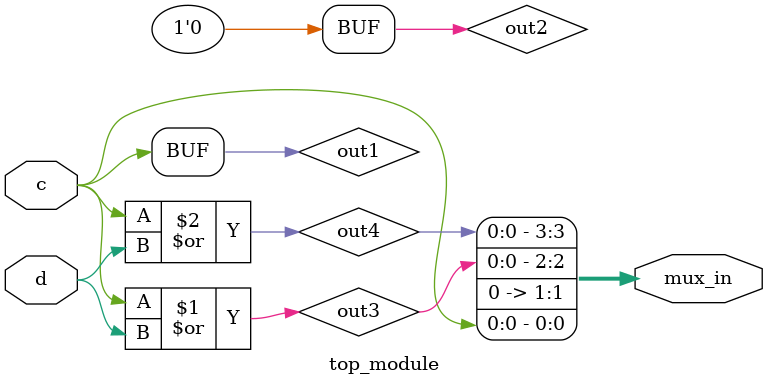
<source format=sv>
module top_module(
    input c,
    input d,
    output [3:0] mux_in
);

    wire out1, out2, out3, out4;

    // Implement the Karnaugh map using 2-to-1 multiplexers
    assign out1 = c;
    assign out2 = 1'b0;
    assign out3 = c | d;
    assign out4 = c | d;

    // Connect the outputs to the 4-to-1 multiplexer inputs
    assign mux_in[0] = out1;
    assign mux_in[1] = out2;
    assign mux_in[2] = out3;
    assign mux_in[3] = out4;

endmodule

</source>
